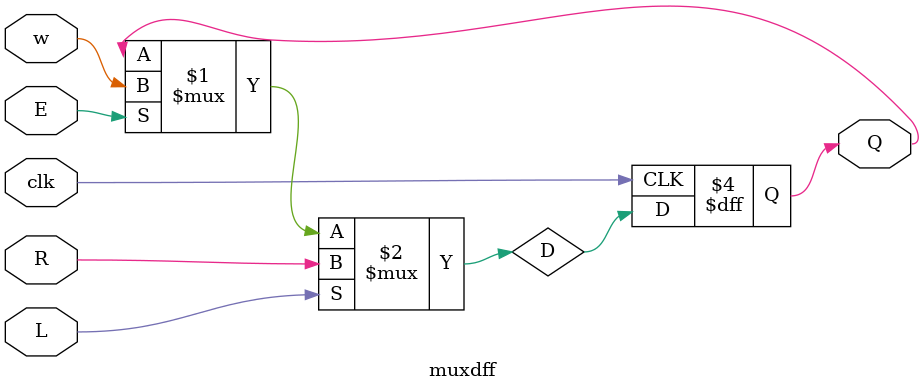
<source format=v>
module top_module (
    input [3:0] SW,
    input [3:0] KEY,
    output [3:0] LEDR
); //

    muxdff a3(KEY[0], KEY[3], SW[3], KEY[1], KEY[2], LEDR[3]);
    muxdff a2(KEY[0], LEDR[3], SW[2], KEY[1], KEY[2], LEDR[2]);
    muxdff a1(KEY[0], LEDR[2], SW[1], KEY[1], KEY[2], LEDR[1]);
    muxdff a0(KEY[0], LEDR[1], SW[0], KEY[1], KEY[2], LEDR[0]);
    
endmodule

module muxdff (
    input clk,
    input w, R, E, L,
    output Q
);
    
    wire D;
    assign	D = L?R:(E?w:Q);
    always@(posedge clk) begin
       	Q <= D; 
    end

endmodule

</source>
